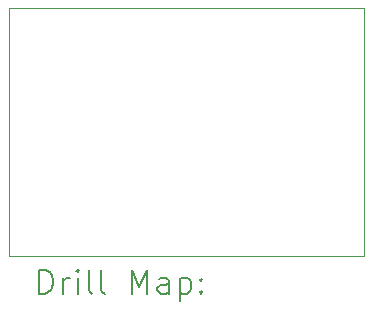
<source format=gbr>
%TF.GenerationSoftware,KiCad,Pcbnew,(6.0.7)*%
%TF.CreationDate,2022-10-19T11:36:26-04:00*%
%TF.ProjectId,SPItoCAN,53504974-6f43-4414-9e2e-6b696361645f,rev?*%
%TF.SameCoordinates,Original*%
%TF.FileFunction,Drillmap*%
%TF.FilePolarity,Positive*%
%FSLAX45Y45*%
G04 Gerber Fmt 4.5, Leading zero omitted, Abs format (unit mm)*
G04 Created by KiCad (PCBNEW (6.0.7)) date 2022-10-19 11:36:26*
%MOMM*%
%LPD*%
G01*
G04 APERTURE LIST*
%ADD10C,0.100000*%
%ADD11C,0.200000*%
G04 APERTURE END LIST*
D10*
X1300000Y-1300000D02*
X4300000Y-1300000D01*
X4300000Y-1300000D02*
X4300000Y-3400000D01*
X4300000Y-3400000D02*
X1300000Y-3400000D01*
X1300000Y-3400000D02*
X1300000Y-1300000D01*
D11*
X1552619Y-3715476D02*
X1552619Y-3515476D01*
X1600238Y-3515476D01*
X1628809Y-3525000D01*
X1647857Y-3544048D01*
X1657381Y-3563095D01*
X1666905Y-3601190D01*
X1666905Y-3629762D01*
X1657381Y-3667857D01*
X1647857Y-3686905D01*
X1628809Y-3705952D01*
X1600238Y-3715476D01*
X1552619Y-3715476D01*
X1752619Y-3715476D02*
X1752619Y-3582143D01*
X1752619Y-3620238D02*
X1762143Y-3601190D01*
X1771667Y-3591667D01*
X1790714Y-3582143D01*
X1809762Y-3582143D01*
X1876428Y-3715476D02*
X1876428Y-3582143D01*
X1876428Y-3515476D02*
X1866905Y-3525000D01*
X1876428Y-3534524D01*
X1885952Y-3525000D01*
X1876428Y-3515476D01*
X1876428Y-3534524D01*
X2000238Y-3715476D02*
X1981190Y-3705952D01*
X1971667Y-3686905D01*
X1971667Y-3515476D01*
X2105000Y-3715476D02*
X2085952Y-3705952D01*
X2076428Y-3686905D01*
X2076428Y-3515476D01*
X2333571Y-3715476D02*
X2333571Y-3515476D01*
X2400238Y-3658333D01*
X2466905Y-3515476D01*
X2466905Y-3715476D01*
X2647857Y-3715476D02*
X2647857Y-3610714D01*
X2638333Y-3591667D01*
X2619286Y-3582143D01*
X2581190Y-3582143D01*
X2562143Y-3591667D01*
X2647857Y-3705952D02*
X2628810Y-3715476D01*
X2581190Y-3715476D01*
X2562143Y-3705952D01*
X2552619Y-3686905D01*
X2552619Y-3667857D01*
X2562143Y-3648809D01*
X2581190Y-3639286D01*
X2628810Y-3639286D01*
X2647857Y-3629762D01*
X2743095Y-3582143D02*
X2743095Y-3782143D01*
X2743095Y-3591667D02*
X2762143Y-3582143D01*
X2800238Y-3582143D01*
X2819286Y-3591667D01*
X2828809Y-3601190D01*
X2838333Y-3620238D01*
X2838333Y-3677381D01*
X2828809Y-3696428D01*
X2819286Y-3705952D01*
X2800238Y-3715476D01*
X2762143Y-3715476D01*
X2743095Y-3705952D01*
X2924048Y-3696428D02*
X2933571Y-3705952D01*
X2924048Y-3715476D01*
X2914524Y-3705952D01*
X2924048Y-3696428D01*
X2924048Y-3715476D01*
X2924048Y-3591667D02*
X2933571Y-3601190D01*
X2924048Y-3610714D01*
X2914524Y-3601190D01*
X2924048Y-3591667D01*
X2924048Y-3610714D01*
M02*

</source>
